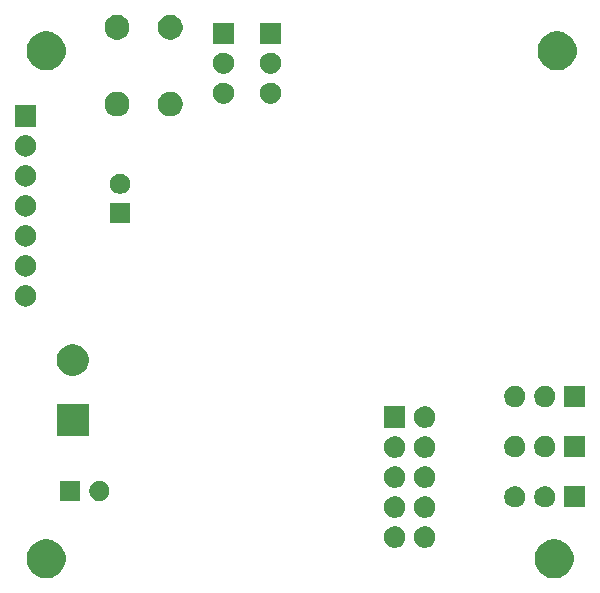
<source format=gbs>
G04 #@! TF.GenerationSoftware,KiCad,Pcbnew,(5.1.5)-3*
G04 #@! TF.CreationDate,2021-05-19T18:43:05+02:00*
G04 #@! TF.ProjectId,esp12Board,65737031-3242-46f6-9172-642e6b696361,rev?*
G04 #@! TF.SameCoordinates,Original*
G04 #@! TF.FileFunction,Soldermask,Bot*
G04 #@! TF.FilePolarity,Negative*
%FSLAX46Y46*%
G04 Gerber Fmt 4.6, Leading zero omitted, Abs format (unit mm)*
G04 Created by KiCad (PCBNEW (5.1.5)-3) date 2021-05-19 18:43:05*
%MOMM*%
%LPD*%
G04 APERTURE LIST*
%ADD10C,0.100000*%
G04 APERTURE END LIST*
D10*
G36*
X76875256Y-79891298D02*
G01*
X76981579Y-79912447D01*
X77282042Y-80036903D01*
X77552451Y-80217585D01*
X77782415Y-80447549D01*
X77963097Y-80717958D01*
X78087553Y-81018421D01*
X78151000Y-81337391D01*
X78151000Y-81662609D01*
X78087553Y-81981579D01*
X77963097Y-82282042D01*
X77782415Y-82552451D01*
X77552451Y-82782415D01*
X77282042Y-82963097D01*
X76981579Y-83087553D01*
X76875256Y-83108702D01*
X76662611Y-83151000D01*
X76337389Y-83151000D01*
X76124744Y-83108702D01*
X76018421Y-83087553D01*
X75717958Y-82963097D01*
X75447549Y-82782415D01*
X75217585Y-82552451D01*
X75036903Y-82282042D01*
X74912447Y-81981579D01*
X74849000Y-81662609D01*
X74849000Y-81337391D01*
X74912447Y-81018421D01*
X75036903Y-80717958D01*
X75217585Y-80447549D01*
X75447549Y-80217585D01*
X75717958Y-80036903D01*
X76018421Y-79912447D01*
X76124744Y-79891298D01*
X76337389Y-79849000D01*
X76662611Y-79849000D01*
X76875256Y-79891298D01*
G37*
G36*
X33875256Y-79891298D02*
G01*
X33981579Y-79912447D01*
X34282042Y-80036903D01*
X34552451Y-80217585D01*
X34782415Y-80447549D01*
X34963097Y-80717958D01*
X35087553Y-81018421D01*
X35151000Y-81337391D01*
X35151000Y-81662609D01*
X35087553Y-81981579D01*
X34963097Y-82282042D01*
X34782415Y-82552451D01*
X34552451Y-82782415D01*
X34282042Y-82963097D01*
X33981579Y-83087553D01*
X33875256Y-83108702D01*
X33662611Y-83151000D01*
X33337389Y-83151000D01*
X33124744Y-83108702D01*
X33018421Y-83087553D01*
X32717958Y-82963097D01*
X32447549Y-82782415D01*
X32217585Y-82552451D01*
X32036903Y-82282042D01*
X31912447Y-81981579D01*
X31849000Y-81662609D01*
X31849000Y-81337391D01*
X31912447Y-81018421D01*
X32036903Y-80717958D01*
X32217585Y-80447549D01*
X32447549Y-80217585D01*
X32717958Y-80036903D01*
X33018421Y-79912447D01*
X33124744Y-79891298D01*
X33337389Y-79849000D01*
X33662611Y-79849000D01*
X33875256Y-79891298D01*
G37*
G36*
X65806778Y-78780547D02*
G01*
X65973224Y-78849491D01*
X66123022Y-78949583D01*
X66250417Y-79076978D01*
X66350509Y-79226776D01*
X66419453Y-79393222D01*
X66454600Y-79569918D01*
X66454600Y-79750082D01*
X66419453Y-79926778D01*
X66350509Y-80093224D01*
X66250417Y-80243022D01*
X66123022Y-80370417D01*
X65973224Y-80470509D01*
X65806778Y-80539453D01*
X65630082Y-80574600D01*
X65449918Y-80574600D01*
X65273222Y-80539453D01*
X65106776Y-80470509D01*
X64956978Y-80370417D01*
X64829583Y-80243022D01*
X64729491Y-80093224D01*
X64660547Y-79926778D01*
X64625400Y-79750082D01*
X64625400Y-79569918D01*
X64660547Y-79393222D01*
X64729491Y-79226776D01*
X64829583Y-79076978D01*
X64956978Y-78949583D01*
X65106776Y-78849491D01*
X65273222Y-78780547D01*
X65449918Y-78745400D01*
X65630082Y-78745400D01*
X65806778Y-78780547D01*
G37*
G36*
X63266778Y-78780547D02*
G01*
X63433224Y-78849491D01*
X63583022Y-78949583D01*
X63710417Y-79076978D01*
X63810509Y-79226776D01*
X63879453Y-79393222D01*
X63914600Y-79569918D01*
X63914600Y-79750082D01*
X63879453Y-79926778D01*
X63810509Y-80093224D01*
X63710417Y-80243022D01*
X63583022Y-80370417D01*
X63433224Y-80470509D01*
X63266778Y-80539453D01*
X63090082Y-80574600D01*
X62909918Y-80574600D01*
X62733222Y-80539453D01*
X62566776Y-80470509D01*
X62416978Y-80370417D01*
X62289583Y-80243022D01*
X62189491Y-80093224D01*
X62120547Y-79926778D01*
X62085400Y-79750082D01*
X62085400Y-79569918D01*
X62120547Y-79393222D01*
X62189491Y-79226776D01*
X62289583Y-79076978D01*
X62416978Y-78949583D01*
X62566776Y-78849491D01*
X62733222Y-78780547D01*
X62909918Y-78745400D01*
X63090082Y-78745400D01*
X63266778Y-78780547D01*
G37*
G36*
X63266778Y-76240547D02*
G01*
X63433224Y-76309491D01*
X63583022Y-76409583D01*
X63710417Y-76536978D01*
X63810509Y-76686776D01*
X63879453Y-76853222D01*
X63914600Y-77029918D01*
X63914600Y-77210082D01*
X63879453Y-77386778D01*
X63810509Y-77553224D01*
X63710417Y-77703022D01*
X63583022Y-77830417D01*
X63433224Y-77930509D01*
X63266778Y-77999453D01*
X63090082Y-78034600D01*
X62909918Y-78034600D01*
X62733222Y-77999453D01*
X62566776Y-77930509D01*
X62416978Y-77830417D01*
X62289583Y-77703022D01*
X62189491Y-77553224D01*
X62120547Y-77386778D01*
X62085400Y-77210082D01*
X62085400Y-77029918D01*
X62120547Y-76853222D01*
X62189491Y-76686776D01*
X62289583Y-76536978D01*
X62416978Y-76409583D01*
X62566776Y-76309491D01*
X62733222Y-76240547D01*
X62909918Y-76205400D01*
X63090082Y-76205400D01*
X63266778Y-76240547D01*
G37*
G36*
X65806778Y-76240547D02*
G01*
X65973224Y-76309491D01*
X66123022Y-76409583D01*
X66250417Y-76536978D01*
X66350509Y-76686776D01*
X66419453Y-76853222D01*
X66454600Y-77029918D01*
X66454600Y-77210082D01*
X66419453Y-77386778D01*
X66350509Y-77553224D01*
X66250417Y-77703022D01*
X66123022Y-77830417D01*
X65973224Y-77930509D01*
X65806778Y-77999453D01*
X65630082Y-78034600D01*
X65449918Y-78034600D01*
X65273222Y-77999453D01*
X65106776Y-77930509D01*
X64956978Y-77830417D01*
X64829583Y-77703022D01*
X64729491Y-77553224D01*
X64660547Y-77386778D01*
X64625400Y-77210082D01*
X64625400Y-77029918D01*
X64660547Y-76853222D01*
X64729491Y-76686776D01*
X64829583Y-76536978D01*
X64956978Y-76409583D01*
X65106776Y-76309491D01*
X65273222Y-76240547D01*
X65449918Y-76205400D01*
X65630082Y-76205400D01*
X65806778Y-76240547D01*
G37*
G36*
X79151000Y-77151000D02*
G01*
X77349000Y-77151000D01*
X77349000Y-75349000D01*
X79151000Y-75349000D01*
X79151000Y-77151000D01*
G37*
G36*
X75823512Y-75353927D02*
G01*
X75972812Y-75383624D01*
X76136784Y-75451544D01*
X76284354Y-75550147D01*
X76409853Y-75675646D01*
X76508456Y-75823216D01*
X76576376Y-75987188D01*
X76611000Y-76161259D01*
X76611000Y-76338741D01*
X76576376Y-76512812D01*
X76508456Y-76676784D01*
X76409853Y-76824354D01*
X76284354Y-76949853D01*
X76136784Y-77048456D01*
X75972812Y-77116376D01*
X75823512Y-77146073D01*
X75798742Y-77151000D01*
X75621258Y-77151000D01*
X75596488Y-77146073D01*
X75447188Y-77116376D01*
X75283216Y-77048456D01*
X75135646Y-76949853D01*
X75010147Y-76824354D01*
X74911544Y-76676784D01*
X74843624Y-76512812D01*
X74809000Y-76338741D01*
X74809000Y-76161259D01*
X74843624Y-75987188D01*
X74911544Y-75823216D01*
X75010147Y-75675646D01*
X75135646Y-75550147D01*
X75283216Y-75451544D01*
X75447188Y-75383624D01*
X75596488Y-75353927D01*
X75621258Y-75349000D01*
X75798742Y-75349000D01*
X75823512Y-75353927D01*
G37*
G36*
X73283512Y-75353927D02*
G01*
X73432812Y-75383624D01*
X73596784Y-75451544D01*
X73744354Y-75550147D01*
X73869853Y-75675646D01*
X73968456Y-75823216D01*
X74036376Y-75987188D01*
X74071000Y-76161259D01*
X74071000Y-76338741D01*
X74036376Y-76512812D01*
X73968456Y-76676784D01*
X73869853Y-76824354D01*
X73744354Y-76949853D01*
X73596784Y-77048456D01*
X73432812Y-77116376D01*
X73283512Y-77146073D01*
X73258742Y-77151000D01*
X73081258Y-77151000D01*
X73056488Y-77146073D01*
X72907188Y-77116376D01*
X72743216Y-77048456D01*
X72595646Y-76949853D01*
X72470147Y-76824354D01*
X72371544Y-76676784D01*
X72303624Y-76512812D01*
X72269000Y-76338741D01*
X72269000Y-76161259D01*
X72303624Y-75987188D01*
X72371544Y-75823216D01*
X72470147Y-75675646D01*
X72595646Y-75550147D01*
X72743216Y-75451544D01*
X72907188Y-75383624D01*
X73056488Y-75353927D01*
X73081258Y-75349000D01*
X73258742Y-75349000D01*
X73283512Y-75353927D01*
G37*
G36*
X36351000Y-76601000D02*
G01*
X34649000Y-76601000D01*
X34649000Y-74899000D01*
X36351000Y-74899000D01*
X36351000Y-76601000D01*
G37*
G36*
X38248228Y-74931703D02*
G01*
X38403100Y-74995853D01*
X38542481Y-75088985D01*
X38661015Y-75207519D01*
X38754147Y-75346900D01*
X38818297Y-75501772D01*
X38851000Y-75666184D01*
X38851000Y-75833816D01*
X38818297Y-75998228D01*
X38754147Y-76153100D01*
X38661015Y-76292481D01*
X38542481Y-76411015D01*
X38403100Y-76504147D01*
X38248228Y-76568297D01*
X38083816Y-76601000D01*
X37916184Y-76601000D01*
X37751772Y-76568297D01*
X37596900Y-76504147D01*
X37457519Y-76411015D01*
X37338985Y-76292481D01*
X37245853Y-76153100D01*
X37181703Y-75998228D01*
X37149000Y-75833816D01*
X37149000Y-75666184D01*
X37181703Y-75501772D01*
X37245853Y-75346900D01*
X37338985Y-75207519D01*
X37457519Y-75088985D01*
X37596900Y-74995853D01*
X37751772Y-74931703D01*
X37916184Y-74899000D01*
X38083816Y-74899000D01*
X38248228Y-74931703D01*
G37*
G36*
X65806778Y-73700547D02*
G01*
X65973224Y-73769491D01*
X66123022Y-73869583D01*
X66250417Y-73996978D01*
X66350509Y-74146776D01*
X66419453Y-74313222D01*
X66454600Y-74489918D01*
X66454600Y-74670082D01*
X66419453Y-74846778D01*
X66350509Y-75013224D01*
X66250417Y-75163022D01*
X66123022Y-75290417D01*
X65973224Y-75390509D01*
X65806778Y-75459453D01*
X65630082Y-75494600D01*
X65449918Y-75494600D01*
X65273222Y-75459453D01*
X65106776Y-75390509D01*
X64956978Y-75290417D01*
X64829583Y-75163022D01*
X64729491Y-75013224D01*
X64660547Y-74846778D01*
X64625400Y-74670082D01*
X64625400Y-74489918D01*
X64660547Y-74313222D01*
X64729491Y-74146776D01*
X64829583Y-73996978D01*
X64956978Y-73869583D01*
X65106776Y-73769491D01*
X65273222Y-73700547D01*
X65449918Y-73665400D01*
X65630082Y-73665400D01*
X65806778Y-73700547D01*
G37*
G36*
X63266778Y-73700547D02*
G01*
X63433224Y-73769491D01*
X63583022Y-73869583D01*
X63710417Y-73996978D01*
X63810509Y-74146776D01*
X63879453Y-74313222D01*
X63914600Y-74489918D01*
X63914600Y-74670082D01*
X63879453Y-74846778D01*
X63810509Y-75013224D01*
X63710417Y-75163022D01*
X63583022Y-75290417D01*
X63433224Y-75390509D01*
X63266778Y-75459453D01*
X63090082Y-75494600D01*
X62909918Y-75494600D01*
X62733222Y-75459453D01*
X62566776Y-75390509D01*
X62416978Y-75290417D01*
X62289583Y-75163022D01*
X62189491Y-75013224D01*
X62120547Y-74846778D01*
X62085400Y-74670082D01*
X62085400Y-74489918D01*
X62120547Y-74313222D01*
X62189491Y-74146776D01*
X62289583Y-73996978D01*
X62416978Y-73869583D01*
X62566776Y-73769491D01*
X62733222Y-73700547D01*
X62909918Y-73665400D01*
X63090082Y-73665400D01*
X63266778Y-73700547D01*
G37*
G36*
X65806778Y-71160547D02*
G01*
X65973224Y-71229491D01*
X66123022Y-71329583D01*
X66250417Y-71456978D01*
X66350509Y-71606776D01*
X66419453Y-71773222D01*
X66454600Y-71949918D01*
X66454600Y-72130082D01*
X66419453Y-72306778D01*
X66350509Y-72473224D01*
X66250417Y-72623022D01*
X66123022Y-72750417D01*
X65973224Y-72850509D01*
X65806778Y-72919453D01*
X65630082Y-72954600D01*
X65449918Y-72954600D01*
X65273222Y-72919453D01*
X65106776Y-72850509D01*
X64956978Y-72750417D01*
X64829583Y-72623022D01*
X64729491Y-72473224D01*
X64660547Y-72306778D01*
X64625400Y-72130082D01*
X64625400Y-71949918D01*
X64660547Y-71773222D01*
X64729491Y-71606776D01*
X64829583Y-71456978D01*
X64956978Y-71329583D01*
X65106776Y-71229491D01*
X65273222Y-71160547D01*
X65449918Y-71125400D01*
X65630082Y-71125400D01*
X65806778Y-71160547D01*
G37*
G36*
X63266778Y-71160547D02*
G01*
X63433224Y-71229491D01*
X63583022Y-71329583D01*
X63710417Y-71456978D01*
X63810509Y-71606776D01*
X63879453Y-71773222D01*
X63914600Y-71949918D01*
X63914600Y-72130082D01*
X63879453Y-72306778D01*
X63810509Y-72473224D01*
X63710417Y-72623022D01*
X63583022Y-72750417D01*
X63433224Y-72850509D01*
X63266778Y-72919453D01*
X63090082Y-72954600D01*
X62909918Y-72954600D01*
X62733222Y-72919453D01*
X62566776Y-72850509D01*
X62416978Y-72750417D01*
X62289583Y-72623022D01*
X62189491Y-72473224D01*
X62120547Y-72306778D01*
X62085400Y-72130082D01*
X62085400Y-71949918D01*
X62120547Y-71773222D01*
X62189491Y-71606776D01*
X62289583Y-71456978D01*
X62416978Y-71329583D01*
X62566776Y-71229491D01*
X62733222Y-71160547D01*
X62909918Y-71125400D01*
X63090082Y-71125400D01*
X63266778Y-71160547D01*
G37*
G36*
X79151000Y-72901000D02*
G01*
X77349000Y-72901000D01*
X77349000Y-71099000D01*
X79151000Y-71099000D01*
X79151000Y-72901000D01*
G37*
G36*
X73283512Y-71103927D02*
G01*
X73432812Y-71133624D01*
X73596784Y-71201544D01*
X73744354Y-71300147D01*
X73869853Y-71425646D01*
X73968456Y-71573216D01*
X74036376Y-71737188D01*
X74071000Y-71911259D01*
X74071000Y-72088741D01*
X74036376Y-72262812D01*
X73968456Y-72426784D01*
X73869853Y-72574354D01*
X73744354Y-72699853D01*
X73596784Y-72798456D01*
X73432812Y-72866376D01*
X73283512Y-72896073D01*
X73258742Y-72901000D01*
X73081258Y-72901000D01*
X73056488Y-72896073D01*
X72907188Y-72866376D01*
X72743216Y-72798456D01*
X72595646Y-72699853D01*
X72470147Y-72574354D01*
X72371544Y-72426784D01*
X72303624Y-72262812D01*
X72269000Y-72088741D01*
X72269000Y-71911259D01*
X72303624Y-71737188D01*
X72371544Y-71573216D01*
X72470147Y-71425646D01*
X72595646Y-71300147D01*
X72743216Y-71201544D01*
X72907188Y-71133624D01*
X73056488Y-71103927D01*
X73081258Y-71099000D01*
X73258742Y-71099000D01*
X73283512Y-71103927D01*
G37*
G36*
X75823512Y-71103927D02*
G01*
X75972812Y-71133624D01*
X76136784Y-71201544D01*
X76284354Y-71300147D01*
X76409853Y-71425646D01*
X76508456Y-71573216D01*
X76576376Y-71737188D01*
X76611000Y-71911259D01*
X76611000Y-72088741D01*
X76576376Y-72262812D01*
X76508456Y-72426784D01*
X76409853Y-72574354D01*
X76284354Y-72699853D01*
X76136784Y-72798456D01*
X75972812Y-72866376D01*
X75823512Y-72896073D01*
X75798742Y-72901000D01*
X75621258Y-72901000D01*
X75596488Y-72896073D01*
X75447188Y-72866376D01*
X75283216Y-72798456D01*
X75135646Y-72699853D01*
X75010147Y-72574354D01*
X74911544Y-72426784D01*
X74843624Y-72262812D01*
X74809000Y-72088741D01*
X74809000Y-71911259D01*
X74843624Y-71737188D01*
X74911544Y-71573216D01*
X75010147Y-71425646D01*
X75135646Y-71300147D01*
X75283216Y-71201544D01*
X75447188Y-71133624D01*
X75596488Y-71103927D01*
X75621258Y-71099000D01*
X75798742Y-71099000D01*
X75823512Y-71103927D01*
G37*
G36*
X37101000Y-71101000D02*
G01*
X34399000Y-71101000D01*
X34399000Y-68399000D01*
X37101000Y-68399000D01*
X37101000Y-71101000D01*
G37*
G36*
X65806778Y-68620547D02*
G01*
X65973224Y-68689491D01*
X66123022Y-68789583D01*
X66250417Y-68916978D01*
X66350509Y-69066776D01*
X66419453Y-69233222D01*
X66454600Y-69409918D01*
X66454600Y-69590082D01*
X66419453Y-69766778D01*
X66350509Y-69933224D01*
X66250417Y-70083022D01*
X66123022Y-70210417D01*
X65973224Y-70310509D01*
X65806778Y-70379453D01*
X65630082Y-70414600D01*
X65449918Y-70414600D01*
X65273222Y-70379453D01*
X65106776Y-70310509D01*
X64956978Y-70210417D01*
X64829583Y-70083022D01*
X64729491Y-69933224D01*
X64660547Y-69766778D01*
X64625400Y-69590082D01*
X64625400Y-69409918D01*
X64660547Y-69233222D01*
X64729491Y-69066776D01*
X64829583Y-68916978D01*
X64956978Y-68789583D01*
X65106776Y-68689491D01*
X65273222Y-68620547D01*
X65449918Y-68585400D01*
X65630082Y-68585400D01*
X65806778Y-68620547D01*
G37*
G36*
X63914600Y-70414600D02*
G01*
X62085400Y-70414600D01*
X62085400Y-68585400D01*
X63914600Y-68585400D01*
X63914600Y-70414600D01*
G37*
G36*
X79151000Y-68651000D02*
G01*
X77349000Y-68651000D01*
X77349000Y-66849000D01*
X79151000Y-66849000D01*
X79151000Y-68651000D01*
G37*
G36*
X73283512Y-66853927D02*
G01*
X73432812Y-66883624D01*
X73596784Y-66951544D01*
X73744354Y-67050147D01*
X73869853Y-67175646D01*
X73968456Y-67323216D01*
X74036376Y-67487188D01*
X74071000Y-67661259D01*
X74071000Y-67838741D01*
X74036376Y-68012812D01*
X73968456Y-68176784D01*
X73869853Y-68324354D01*
X73744354Y-68449853D01*
X73596784Y-68548456D01*
X73432812Y-68616376D01*
X73283512Y-68646073D01*
X73258742Y-68651000D01*
X73081258Y-68651000D01*
X73056488Y-68646073D01*
X72907188Y-68616376D01*
X72743216Y-68548456D01*
X72595646Y-68449853D01*
X72470147Y-68324354D01*
X72371544Y-68176784D01*
X72303624Y-68012812D01*
X72269000Y-67838741D01*
X72269000Y-67661259D01*
X72303624Y-67487188D01*
X72371544Y-67323216D01*
X72470147Y-67175646D01*
X72595646Y-67050147D01*
X72743216Y-66951544D01*
X72907188Y-66883624D01*
X73056488Y-66853927D01*
X73081258Y-66849000D01*
X73258742Y-66849000D01*
X73283512Y-66853927D01*
G37*
G36*
X75823512Y-66853927D02*
G01*
X75972812Y-66883624D01*
X76136784Y-66951544D01*
X76284354Y-67050147D01*
X76409853Y-67175646D01*
X76508456Y-67323216D01*
X76576376Y-67487188D01*
X76611000Y-67661259D01*
X76611000Y-67838741D01*
X76576376Y-68012812D01*
X76508456Y-68176784D01*
X76409853Y-68324354D01*
X76284354Y-68449853D01*
X76136784Y-68548456D01*
X75972812Y-68616376D01*
X75823512Y-68646073D01*
X75798742Y-68651000D01*
X75621258Y-68651000D01*
X75596488Y-68646073D01*
X75447188Y-68616376D01*
X75283216Y-68548456D01*
X75135646Y-68449853D01*
X75010147Y-68324354D01*
X74911544Y-68176784D01*
X74843624Y-68012812D01*
X74809000Y-67838741D01*
X74809000Y-67661259D01*
X74843624Y-67487188D01*
X74911544Y-67323216D01*
X75010147Y-67175646D01*
X75135646Y-67050147D01*
X75283216Y-66951544D01*
X75447188Y-66883624D01*
X75596488Y-66853927D01*
X75621258Y-66849000D01*
X75798742Y-66849000D01*
X75823512Y-66853927D01*
G37*
G36*
X36144072Y-63370918D02*
G01*
X36389939Y-63472759D01*
X36611212Y-63620610D01*
X36799390Y-63808788D01*
X36947241Y-64030061D01*
X37049082Y-64275928D01*
X37101000Y-64536938D01*
X37101000Y-64803062D01*
X37049082Y-65064072D01*
X36947241Y-65309939D01*
X36799390Y-65531212D01*
X36611212Y-65719390D01*
X36389939Y-65867241D01*
X36389938Y-65867242D01*
X36389937Y-65867242D01*
X36144072Y-65969082D01*
X35883063Y-66021000D01*
X35616937Y-66021000D01*
X35355928Y-65969082D01*
X35110063Y-65867242D01*
X35110062Y-65867242D01*
X35110061Y-65867241D01*
X34888788Y-65719390D01*
X34700610Y-65531212D01*
X34552759Y-65309939D01*
X34450918Y-65064072D01*
X34399000Y-64803062D01*
X34399000Y-64536938D01*
X34450918Y-64275928D01*
X34552759Y-64030061D01*
X34700610Y-63808788D01*
X34888788Y-63620610D01*
X35110061Y-63472759D01*
X35355928Y-63370918D01*
X35616937Y-63319000D01*
X35883063Y-63319000D01*
X36144072Y-63370918D01*
G37*
G36*
X31863512Y-58343927D02*
G01*
X32012812Y-58373624D01*
X32176784Y-58441544D01*
X32324354Y-58540147D01*
X32449853Y-58665646D01*
X32548456Y-58813216D01*
X32616376Y-58977188D01*
X32651000Y-59151259D01*
X32651000Y-59328741D01*
X32616376Y-59502812D01*
X32548456Y-59666784D01*
X32449853Y-59814354D01*
X32324354Y-59939853D01*
X32176784Y-60038456D01*
X32012812Y-60106376D01*
X31863512Y-60136073D01*
X31838742Y-60141000D01*
X31661258Y-60141000D01*
X31636488Y-60136073D01*
X31487188Y-60106376D01*
X31323216Y-60038456D01*
X31175646Y-59939853D01*
X31050147Y-59814354D01*
X30951544Y-59666784D01*
X30883624Y-59502812D01*
X30849000Y-59328741D01*
X30849000Y-59151259D01*
X30883624Y-58977188D01*
X30951544Y-58813216D01*
X31050147Y-58665646D01*
X31175646Y-58540147D01*
X31323216Y-58441544D01*
X31487188Y-58373624D01*
X31636488Y-58343927D01*
X31661258Y-58339000D01*
X31838742Y-58339000D01*
X31863512Y-58343927D01*
G37*
G36*
X31863512Y-55803927D02*
G01*
X32012812Y-55833624D01*
X32176784Y-55901544D01*
X32324354Y-56000147D01*
X32449853Y-56125646D01*
X32548456Y-56273216D01*
X32616376Y-56437188D01*
X32651000Y-56611259D01*
X32651000Y-56788741D01*
X32616376Y-56962812D01*
X32548456Y-57126784D01*
X32449853Y-57274354D01*
X32324354Y-57399853D01*
X32176784Y-57498456D01*
X32012812Y-57566376D01*
X31863512Y-57596073D01*
X31838742Y-57601000D01*
X31661258Y-57601000D01*
X31636488Y-57596073D01*
X31487188Y-57566376D01*
X31323216Y-57498456D01*
X31175646Y-57399853D01*
X31050147Y-57274354D01*
X30951544Y-57126784D01*
X30883624Y-56962812D01*
X30849000Y-56788741D01*
X30849000Y-56611259D01*
X30883624Y-56437188D01*
X30951544Y-56273216D01*
X31050147Y-56125646D01*
X31175646Y-56000147D01*
X31323216Y-55901544D01*
X31487188Y-55833624D01*
X31636488Y-55803927D01*
X31661258Y-55799000D01*
X31838742Y-55799000D01*
X31863512Y-55803927D01*
G37*
G36*
X31863512Y-53263927D02*
G01*
X32012812Y-53293624D01*
X32176784Y-53361544D01*
X32324354Y-53460147D01*
X32449853Y-53585646D01*
X32548456Y-53733216D01*
X32616376Y-53897188D01*
X32651000Y-54071259D01*
X32651000Y-54248741D01*
X32616376Y-54422812D01*
X32548456Y-54586784D01*
X32449853Y-54734354D01*
X32324354Y-54859853D01*
X32176784Y-54958456D01*
X32012812Y-55026376D01*
X31863512Y-55056073D01*
X31838742Y-55061000D01*
X31661258Y-55061000D01*
X31636488Y-55056073D01*
X31487188Y-55026376D01*
X31323216Y-54958456D01*
X31175646Y-54859853D01*
X31050147Y-54734354D01*
X30951544Y-54586784D01*
X30883624Y-54422812D01*
X30849000Y-54248741D01*
X30849000Y-54071259D01*
X30883624Y-53897188D01*
X30951544Y-53733216D01*
X31050147Y-53585646D01*
X31175646Y-53460147D01*
X31323216Y-53361544D01*
X31487188Y-53293624D01*
X31636488Y-53263927D01*
X31661258Y-53259000D01*
X31838742Y-53259000D01*
X31863512Y-53263927D01*
G37*
G36*
X40601000Y-53101000D02*
G01*
X38899000Y-53101000D01*
X38899000Y-51399000D01*
X40601000Y-51399000D01*
X40601000Y-53101000D01*
G37*
G36*
X31863512Y-50723927D02*
G01*
X32012812Y-50753624D01*
X32176784Y-50821544D01*
X32324354Y-50920147D01*
X32449853Y-51045646D01*
X32548456Y-51193216D01*
X32616376Y-51357188D01*
X32651000Y-51531259D01*
X32651000Y-51708741D01*
X32616376Y-51882812D01*
X32548456Y-52046784D01*
X32449853Y-52194354D01*
X32324354Y-52319853D01*
X32176784Y-52418456D01*
X32012812Y-52486376D01*
X31863512Y-52516073D01*
X31838742Y-52521000D01*
X31661258Y-52521000D01*
X31636488Y-52516073D01*
X31487188Y-52486376D01*
X31323216Y-52418456D01*
X31175646Y-52319853D01*
X31050147Y-52194354D01*
X30951544Y-52046784D01*
X30883624Y-51882812D01*
X30849000Y-51708741D01*
X30849000Y-51531259D01*
X30883624Y-51357188D01*
X30951544Y-51193216D01*
X31050147Y-51045646D01*
X31175646Y-50920147D01*
X31323216Y-50821544D01*
X31487188Y-50753624D01*
X31636488Y-50723927D01*
X31661258Y-50719000D01*
X31838742Y-50719000D01*
X31863512Y-50723927D01*
G37*
G36*
X39998228Y-48931703D02*
G01*
X40153100Y-48995853D01*
X40292481Y-49088985D01*
X40411015Y-49207519D01*
X40504147Y-49346900D01*
X40568297Y-49501772D01*
X40601000Y-49666184D01*
X40601000Y-49833816D01*
X40568297Y-49998228D01*
X40504147Y-50153100D01*
X40411015Y-50292481D01*
X40292481Y-50411015D01*
X40153100Y-50504147D01*
X39998228Y-50568297D01*
X39833816Y-50601000D01*
X39666184Y-50601000D01*
X39501772Y-50568297D01*
X39346900Y-50504147D01*
X39207519Y-50411015D01*
X39088985Y-50292481D01*
X38995853Y-50153100D01*
X38931703Y-49998228D01*
X38899000Y-49833816D01*
X38899000Y-49666184D01*
X38931703Y-49501772D01*
X38995853Y-49346900D01*
X39088985Y-49207519D01*
X39207519Y-49088985D01*
X39346900Y-48995853D01*
X39501772Y-48931703D01*
X39666184Y-48899000D01*
X39833816Y-48899000D01*
X39998228Y-48931703D01*
G37*
G36*
X31863512Y-48183927D02*
G01*
X32012812Y-48213624D01*
X32176784Y-48281544D01*
X32324354Y-48380147D01*
X32449853Y-48505646D01*
X32548456Y-48653216D01*
X32616376Y-48817188D01*
X32651000Y-48991259D01*
X32651000Y-49168741D01*
X32616376Y-49342812D01*
X32548456Y-49506784D01*
X32449853Y-49654354D01*
X32324354Y-49779853D01*
X32176784Y-49878456D01*
X32012812Y-49946376D01*
X31863512Y-49976073D01*
X31838742Y-49981000D01*
X31661258Y-49981000D01*
X31636488Y-49976073D01*
X31487188Y-49946376D01*
X31323216Y-49878456D01*
X31175646Y-49779853D01*
X31050147Y-49654354D01*
X30951544Y-49506784D01*
X30883624Y-49342812D01*
X30849000Y-49168741D01*
X30849000Y-48991259D01*
X30883624Y-48817188D01*
X30951544Y-48653216D01*
X31050147Y-48505646D01*
X31175646Y-48380147D01*
X31323216Y-48281544D01*
X31487188Y-48213624D01*
X31636488Y-48183927D01*
X31661258Y-48179000D01*
X31838742Y-48179000D01*
X31863512Y-48183927D01*
G37*
G36*
X31863512Y-45643927D02*
G01*
X32012812Y-45673624D01*
X32176784Y-45741544D01*
X32324354Y-45840147D01*
X32449853Y-45965646D01*
X32548456Y-46113216D01*
X32616376Y-46277188D01*
X32651000Y-46451259D01*
X32651000Y-46628741D01*
X32616376Y-46802812D01*
X32548456Y-46966784D01*
X32449853Y-47114354D01*
X32324354Y-47239853D01*
X32176784Y-47338456D01*
X32012812Y-47406376D01*
X31863512Y-47436073D01*
X31838742Y-47441000D01*
X31661258Y-47441000D01*
X31636488Y-47436073D01*
X31487188Y-47406376D01*
X31323216Y-47338456D01*
X31175646Y-47239853D01*
X31050147Y-47114354D01*
X30951544Y-46966784D01*
X30883624Y-46802812D01*
X30849000Y-46628741D01*
X30849000Y-46451259D01*
X30883624Y-46277188D01*
X30951544Y-46113216D01*
X31050147Y-45965646D01*
X31175646Y-45840147D01*
X31323216Y-45741544D01*
X31487188Y-45673624D01*
X31636488Y-45643927D01*
X31661258Y-45639000D01*
X31838742Y-45639000D01*
X31863512Y-45643927D01*
G37*
G36*
X32651000Y-44901000D02*
G01*
X30849000Y-44901000D01*
X30849000Y-43099000D01*
X32651000Y-43099000D01*
X32651000Y-44901000D01*
G37*
G36*
X39806564Y-41989389D02*
G01*
X39997833Y-42068615D01*
X39997835Y-42068616D01*
X40147683Y-42168741D01*
X40169973Y-42183635D01*
X40316365Y-42330027D01*
X40431385Y-42502167D01*
X40510611Y-42693436D01*
X40551000Y-42896484D01*
X40551000Y-43103516D01*
X40510611Y-43306564D01*
X40431385Y-43497833D01*
X40431384Y-43497835D01*
X40316365Y-43669973D01*
X40169973Y-43816365D01*
X39997835Y-43931384D01*
X39997834Y-43931385D01*
X39997833Y-43931385D01*
X39806564Y-44010611D01*
X39603516Y-44051000D01*
X39396484Y-44051000D01*
X39193436Y-44010611D01*
X39002167Y-43931385D01*
X39002166Y-43931385D01*
X39002165Y-43931384D01*
X38830027Y-43816365D01*
X38683635Y-43669973D01*
X38568616Y-43497835D01*
X38568615Y-43497833D01*
X38489389Y-43306564D01*
X38449000Y-43103516D01*
X38449000Y-42896484D01*
X38489389Y-42693436D01*
X38568615Y-42502167D01*
X38683635Y-42330027D01*
X38830027Y-42183635D01*
X38852317Y-42168741D01*
X39002165Y-42068616D01*
X39002167Y-42068615D01*
X39193436Y-41989389D01*
X39396484Y-41949000D01*
X39603516Y-41949000D01*
X39806564Y-41989389D01*
G37*
G36*
X44306564Y-41989389D02*
G01*
X44497833Y-42068615D01*
X44497835Y-42068616D01*
X44647683Y-42168741D01*
X44669973Y-42183635D01*
X44816365Y-42330027D01*
X44931385Y-42502167D01*
X45010611Y-42693436D01*
X45051000Y-42896484D01*
X45051000Y-43103516D01*
X45010611Y-43306564D01*
X44931385Y-43497833D01*
X44931384Y-43497835D01*
X44816365Y-43669973D01*
X44669973Y-43816365D01*
X44497835Y-43931384D01*
X44497834Y-43931385D01*
X44497833Y-43931385D01*
X44306564Y-44010611D01*
X44103516Y-44051000D01*
X43896484Y-44051000D01*
X43693436Y-44010611D01*
X43502167Y-43931385D01*
X43502166Y-43931385D01*
X43502165Y-43931384D01*
X43330027Y-43816365D01*
X43183635Y-43669973D01*
X43068616Y-43497835D01*
X43068615Y-43497833D01*
X42989389Y-43306564D01*
X42949000Y-43103516D01*
X42949000Y-42896484D01*
X42989389Y-42693436D01*
X43068615Y-42502167D01*
X43183635Y-42330027D01*
X43330027Y-42183635D01*
X43352317Y-42168741D01*
X43502165Y-42068616D01*
X43502167Y-42068615D01*
X43693436Y-41989389D01*
X43896484Y-41949000D01*
X44103516Y-41949000D01*
X44306564Y-41989389D01*
G37*
G36*
X52613512Y-41183927D02*
G01*
X52762812Y-41213624D01*
X52926784Y-41281544D01*
X53074354Y-41380147D01*
X53199853Y-41505646D01*
X53298456Y-41653216D01*
X53366376Y-41817188D01*
X53392594Y-41949000D01*
X53401000Y-41991258D01*
X53401000Y-42168742D01*
X53396073Y-42193512D01*
X53366376Y-42342812D01*
X53298456Y-42506784D01*
X53199853Y-42654354D01*
X53074354Y-42779853D01*
X52926784Y-42878456D01*
X52762812Y-42946376D01*
X52613512Y-42976073D01*
X52588742Y-42981000D01*
X52411258Y-42981000D01*
X52386488Y-42976073D01*
X52237188Y-42946376D01*
X52073216Y-42878456D01*
X51925646Y-42779853D01*
X51800147Y-42654354D01*
X51701544Y-42506784D01*
X51633624Y-42342812D01*
X51603927Y-42193512D01*
X51599000Y-42168742D01*
X51599000Y-41991258D01*
X51607406Y-41949000D01*
X51633624Y-41817188D01*
X51701544Y-41653216D01*
X51800147Y-41505646D01*
X51925646Y-41380147D01*
X52073216Y-41281544D01*
X52237188Y-41213624D01*
X52386488Y-41183927D01*
X52411258Y-41179000D01*
X52588742Y-41179000D01*
X52613512Y-41183927D01*
G37*
G36*
X48613512Y-41183927D02*
G01*
X48762812Y-41213624D01*
X48926784Y-41281544D01*
X49074354Y-41380147D01*
X49199853Y-41505646D01*
X49298456Y-41653216D01*
X49366376Y-41817188D01*
X49392594Y-41949000D01*
X49401000Y-41991258D01*
X49401000Y-42168742D01*
X49396073Y-42193512D01*
X49366376Y-42342812D01*
X49298456Y-42506784D01*
X49199853Y-42654354D01*
X49074354Y-42779853D01*
X48926784Y-42878456D01*
X48762812Y-42946376D01*
X48613512Y-42976073D01*
X48588742Y-42981000D01*
X48411258Y-42981000D01*
X48386488Y-42976073D01*
X48237188Y-42946376D01*
X48073216Y-42878456D01*
X47925646Y-42779853D01*
X47800147Y-42654354D01*
X47701544Y-42506784D01*
X47633624Y-42342812D01*
X47603927Y-42193512D01*
X47599000Y-42168742D01*
X47599000Y-41991258D01*
X47607406Y-41949000D01*
X47633624Y-41817188D01*
X47701544Y-41653216D01*
X47800147Y-41505646D01*
X47925646Y-41380147D01*
X48073216Y-41281544D01*
X48237188Y-41213624D01*
X48386488Y-41183927D01*
X48411258Y-41179000D01*
X48588742Y-41179000D01*
X48613512Y-41183927D01*
G37*
G36*
X52613512Y-38643927D02*
G01*
X52762812Y-38673624D01*
X52926784Y-38741544D01*
X53074354Y-38840147D01*
X53199853Y-38965646D01*
X53298456Y-39113216D01*
X53366376Y-39277188D01*
X53401000Y-39451259D01*
X53401000Y-39628741D01*
X53366376Y-39802812D01*
X53298456Y-39966784D01*
X53199853Y-40114354D01*
X53074354Y-40239853D01*
X52926784Y-40338456D01*
X52762812Y-40406376D01*
X52613512Y-40436073D01*
X52588742Y-40441000D01*
X52411258Y-40441000D01*
X52386488Y-40436073D01*
X52237188Y-40406376D01*
X52073216Y-40338456D01*
X51925646Y-40239853D01*
X51800147Y-40114354D01*
X51701544Y-39966784D01*
X51633624Y-39802812D01*
X51599000Y-39628741D01*
X51599000Y-39451259D01*
X51633624Y-39277188D01*
X51701544Y-39113216D01*
X51800147Y-38965646D01*
X51925646Y-38840147D01*
X52073216Y-38741544D01*
X52237188Y-38673624D01*
X52386488Y-38643927D01*
X52411258Y-38639000D01*
X52588742Y-38639000D01*
X52613512Y-38643927D01*
G37*
G36*
X48613512Y-38643927D02*
G01*
X48762812Y-38673624D01*
X48926784Y-38741544D01*
X49074354Y-38840147D01*
X49199853Y-38965646D01*
X49298456Y-39113216D01*
X49366376Y-39277188D01*
X49401000Y-39451259D01*
X49401000Y-39628741D01*
X49366376Y-39802812D01*
X49298456Y-39966784D01*
X49199853Y-40114354D01*
X49074354Y-40239853D01*
X48926784Y-40338456D01*
X48762812Y-40406376D01*
X48613512Y-40436073D01*
X48588742Y-40441000D01*
X48411258Y-40441000D01*
X48386488Y-40436073D01*
X48237188Y-40406376D01*
X48073216Y-40338456D01*
X47925646Y-40239853D01*
X47800147Y-40114354D01*
X47701544Y-39966784D01*
X47633624Y-39802812D01*
X47599000Y-39628741D01*
X47599000Y-39451259D01*
X47633624Y-39277188D01*
X47701544Y-39113216D01*
X47800147Y-38965646D01*
X47925646Y-38840147D01*
X48073216Y-38741544D01*
X48237188Y-38673624D01*
X48386488Y-38643927D01*
X48411258Y-38639000D01*
X48588742Y-38639000D01*
X48613512Y-38643927D01*
G37*
G36*
X33875256Y-36891298D02*
G01*
X33981579Y-36912447D01*
X34282042Y-37036903D01*
X34552451Y-37217585D01*
X34782415Y-37447549D01*
X34963097Y-37717958D01*
X35087553Y-38018421D01*
X35151000Y-38337391D01*
X35151000Y-38662609D01*
X35087553Y-38981579D01*
X34963097Y-39282042D01*
X34782415Y-39552451D01*
X34552451Y-39782415D01*
X34282042Y-39963097D01*
X33981579Y-40087553D01*
X33875256Y-40108702D01*
X33662611Y-40151000D01*
X33337389Y-40151000D01*
X33124744Y-40108702D01*
X33018421Y-40087553D01*
X32717958Y-39963097D01*
X32447549Y-39782415D01*
X32217585Y-39552451D01*
X32036903Y-39282042D01*
X31912447Y-38981579D01*
X31849000Y-38662609D01*
X31849000Y-38337391D01*
X31912447Y-38018421D01*
X32036903Y-37717958D01*
X32217585Y-37447549D01*
X32447549Y-37217585D01*
X32717958Y-37036903D01*
X33018421Y-36912447D01*
X33124744Y-36891298D01*
X33337389Y-36849000D01*
X33662611Y-36849000D01*
X33875256Y-36891298D01*
G37*
G36*
X77125256Y-36891298D02*
G01*
X77231579Y-36912447D01*
X77532042Y-37036903D01*
X77802451Y-37217585D01*
X78032415Y-37447549D01*
X78213097Y-37717958D01*
X78337553Y-38018421D01*
X78401000Y-38337391D01*
X78401000Y-38662609D01*
X78337553Y-38981579D01*
X78213097Y-39282042D01*
X78032415Y-39552451D01*
X77802451Y-39782415D01*
X77532042Y-39963097D01*
X77231579Y-40087553D01*
X77125256Y-40108702D01*
X76912611Y-40151000D01*
X76587389Y-40151000D01*
X76374744Y-40108702D01*
X76268421Y-40087553D01*
X75967958Y-39963097D01*
X75697549Y-39782415D01*
X75467585Y-39552451D01*
X75286903Y-39282042D01*
X75162447Y-38981579D01*
X75099000Y-38662609D01*
X75099000Y-38337391D01*
X75162447Y-38018421D01*
X75286903Y-37717958D01*
X75467585Y-37447549D01*
X75697549Y-37217585D01*
X75967958Y-37036903D01*
X76268421Y-36912447D01*
X76374744Y-36891298D01*
X76587389Y-36849000D01*
X76912611Y-36849000D01*
X77125256Y-36891298D01*
G37*
G36*
X53401000Y-37901000D02*
G01*
X51599000Y-37901000D01*
X51599000Y-36099000D01*
X53401000Y-36099000D01*
X53401000Y-37901000D01*
G37*
G36*
X49401000Y-37901000D02*
G01*
X47599000Y-37901000D01*
X47599000Y-36099000D01*
X49401000Y-36099000D01*
X49401000Y-37901000D01*
G37*
G36*
X44306564Y-35489389D02*
G01*
X44497833Y-35568615D01*
X44497835Y-35568616D01*
X44669973Y-35683635D01*
X44816365Y-35830027D01*
X44931385Y-36002167D01*
X45010611Y-36193436D01*
X45051000Y-36396484D01*
X45051000Y-36603516D01*
X45010611Y-36806564D01*
X44993033Y-36849000D01*
X44931384Y-36997835D01*
X44816365Y-37169973D01*
X44669973Y-37316365D01*
X44497835Y-37431384D01*
X44497834Y-37431385D01*
X44497833Y-37431385D01*
X44306564Y-37510611D01*
X44103516Y-37551000D01*
X43896484Y-37551000D01*
X43693436Y-37510611D01*
X43502167Y-37431385D01*
X43502166Y-37431385D01*
X43502165Y-37431384D01*
X43330027Y-37316365D01*
X43183635Y-37169973D01*
X43068616Y-36997835D01*
X43006967Y-36849000D01*
X42989389Y-36806564D01*
X42949000Y-36603516D01*
X42949000Y-36396484D01*
X42989389Y-36193436D01*
X43068615Y-36002167D01*
X43183635Y-35830027D01*
X43330027Y-35683635D01*
X43502165Y-35568616D01*
X43502167Y-35568615D01*
X43693436Y-35489389D01*
X43896484Y-35449000D01*
X44103516Y-35449000D01*
X44306564Y-35489389D01*
G37*
G36*
X39806564Y-35489389D02*
G01*
X39997833Y-35568615D01*
X39997835Y-35568616D01*
X40169973Y-35683635D01*
X40316365Y-35830027D01*
X40431385Y-36002167D01*
X40510611Y-36193436D01*
X40551000Y-36396484D01*
X40551000Y-36603516D01*
X40510611Y-36806564D01*
X40493033Y-36849000D01*
X40431384Y-36997835D01*
X40316365Y-37169973D01*
X40169973Y-37316365D01*
X39997835Y-37431384D01*
X39997834Y-37431385D01*
X39997833Y-37431385D01*
X39806564Y-37510611D01*
X39603516Y-37551000D01*
X39396484Y-37551000D01*
X39193436Y-37510611D01*
X39002167Y-37431385D01*
X39002166Y-37431385D01*
X39002165Y-37431384D01*
X38830027Y-37316365D01*
X38683635Y-37169973D01*
X38568616Y-36997835D01*
X38506967Y-36849000D01*
X38489389Y-36806564D01*
X38449000Y-36603516D01*
X38449000Y-36396484D01*
X38489389Y-36193436D01*
X38568615Y-36002167D01*
X38683635Y-35830027D01*
X38830027Y-35683635D01*
X39002165Y-35568616D01*
X39002167Y-35568615D01*
X39193436Y-35489389D01*
X39396484Y-35449000D01*
X39603516Y-35449000D01*
X39806564Y-35489389D01*
G37*
M02*

</source>
